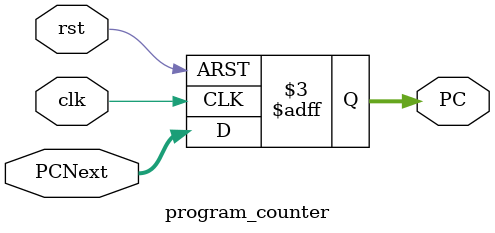
<source format=v>
module program_counter #(parameter DATA_WIDTH=32)
 (
    input  wire                  clk,rst,
    input  wire [DATA_WIDTH-1:0] PCNext,
    output reg  [DATA_WIDTH-1:0] PC  
 );

always @(posedge clk or negedge rst)
 begin
    if(!rst)
       begin
         PC <= 'b0;
       end 
    else
        begin
         PC <= PCNext;   
        end    
    end
 endmodule

</source>
